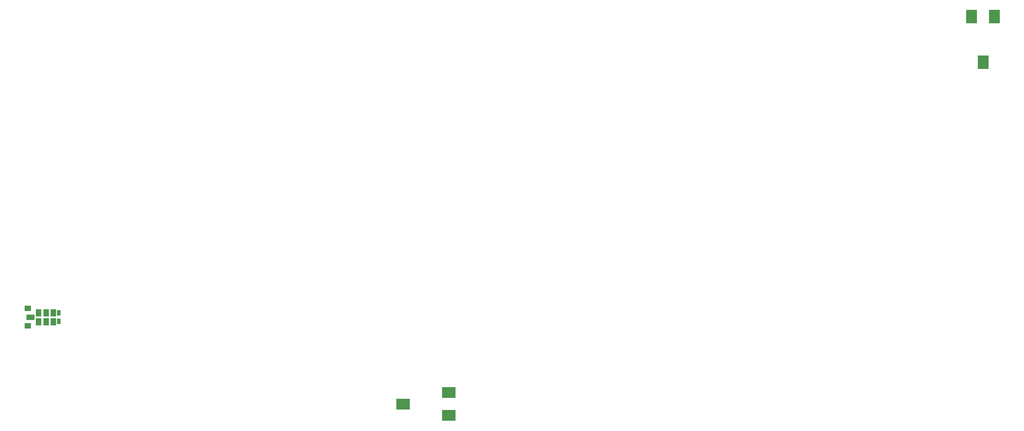
<source format=gbr>
%TF.GenerationSoftware,KiCad,Pcbnew,(7.0.0)*%
%TF.CreationDate,2023-06-01T08:47:21-06:00*%
%TF.ProjectId,ENCE 3231 final project,454e4345-2033-4323-9331-2066696e616c,rev?*%
%TF.SameCoordinates,Original*%
%TF.FileFunction,Paste,Top*%
%TF.FilePolarity,Positive*%
%FSLAX46Y46*%
G04 Gerber Fmt 4.6, Leading zero omitted, Abs format (unit mm)*
G04 Created by KiCad (PCBNEW (7.0.0)) date 2023-06-01 08:47:21*
%MOMM*%
%LPD*%
G01*
G04 APERTURE LIST*
%ADD10R,2.000000X2.500000*%
%ADD11R,1.070000X1.400000*%
%ADD12R,1.300000X1.100000*%
%ADD13R,0.650000X1.000000*%
%ADD14R,1.500000X1.000000*%
%ADD15R,2.500000X2.000000*%
G04 APERTURE END LIST*
D10*
%TO.C,RV2*%
X215534999Y-107434999D03*
X217684999Y-116084999D03*
X219834999Y-107434999D03*
%TD*%
D11*
%TO.C,M1*%
X39339999Y-165149999D03*
X40749999Y-165149999D03*
X42159999Y-165149999D03*
X39339999Y-163449999D03*
X40749999Y-163449999D03*
X42159999Y-163449999D03*
D12*
X37304999Y-165949999D03*
X37304999Y-162649999D03*
D13*
X43179999Y-165099999D03*
D14*
X37804999Y-164299999D03*
D13*
X43179999Y-163499999D03*
%TD*%
D15*
%TO.C,RV1*%
X116839999Y-178579999D03*
X108189999Y-180729999D03*
X116839999Y-182879999D03*
%TD*%
M02*

</source>
